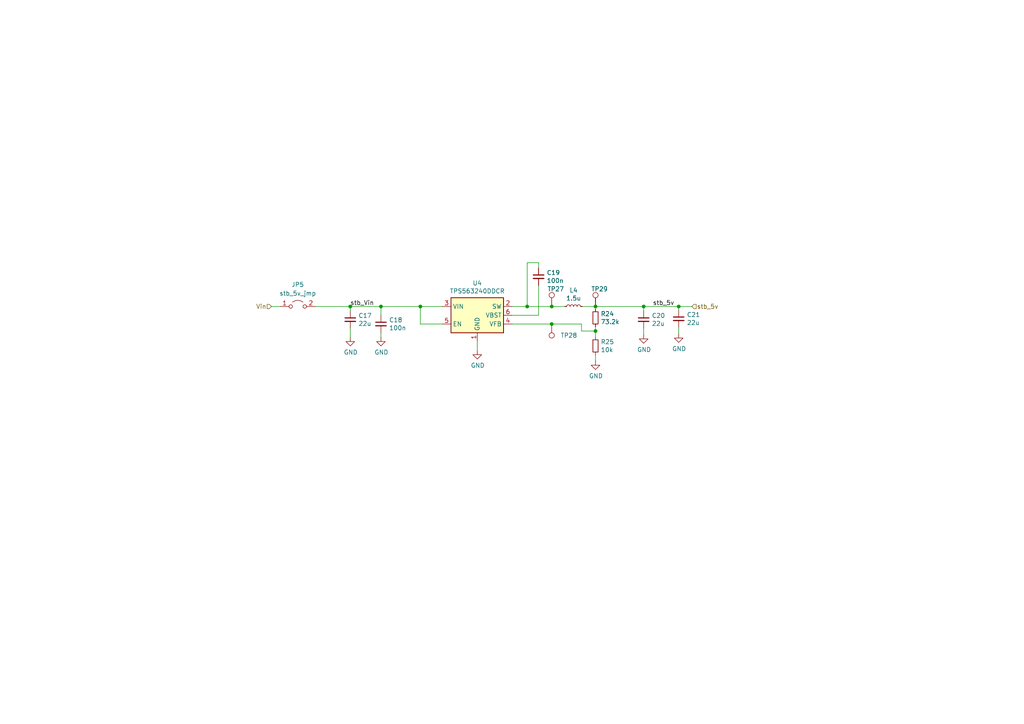
<source format=kicad_sch>
(kicad_sch (version 20230121) (generator eeschema)
  (paper "A4")
  (lib_symbols
    (symbol "Device:C_Small" (pin_numbers hide) (pin_names (offset 0.254) hide)
      (property "Reference" "C" (at 0.254 1.778 0))
      (property "Value" "C_Small" (at 0.254 -2.032 0))
      (symbol "C_Small_0_1"
        (polyline (pts (xy -1.524 -0.508) (xy 1.524 -0.508)) (stroke (width 0.3302)))
        (polyline (pts (xy -1.524 0.508) (xy 1.524 0.508)) (stroke (width 0.3048)))
      )
      (symbol "C_Small_1_1"
        (pin passive line (at 0 2.54 270) (length 2.032) (name "~") (number "1"))
        (pin passive line (at 0 -2.54 90) (length 2.032) (name "~") (number "2"))
      )
    )
    (symbol "Device:L_Small" (pin_numbers hide) (pin_names (offset 0.254) hide)
      (property "Reference" "L" (at 0.762 1.016 0))
      (property "Value" "L_Small" (at 0.762 -1.016 0))
      (symbol "L_Small_0_1"
        (arc (start 0 -2.032) (mid 0.5058 -1.524) (end 0 -1.016))
        (arc (start 0 -1.016) (mid 0.5058 -0.508) (end 0 0))
        (arc (start 0 0) (mid 0.5058 0.508) (end 0 1.016))
        (arc (start 0 1.016) (mid 0.5058 1.524) (end 0 2.032))
      )
      (symbol "L_Small_1_1"
        (pin passive line (at 0 2.54 270) (length 0.508) (name "~") (number "1"))
        (pin passive line (at 0 -2.54 90) (length 0.508) (name "~") (number "2"))
      )
    )
    (symbol "Device:R_Small" (pin_numbers hide) (pin_names (offset 0.254) hide)
      (property "Reference" "R" (at 0.762 0.508 0))
      (property "Value" "R_Small" (at 0.762 -1.016 0))
      (symbol "R_Small_0_1"
        (rectangle (start -0.762 1.778) (end 0.762 -1.778) (stroke (width 0.2032)))
      )
      (symbol "R_Small_1_1"
        (pin passive line (at 0 2.54 270) (length 0.762) (name "~") (number "1"))
        (pin passive line (at 0 -2.54 90) (length 0.762) (name "~") (number "2"))
      )
    )
    (symbol "Jumper:Jumper_2_Open" (pin_names (offset 0) hide)
      (property "Reference" "JP" (at 0 2.794 0))
      (property "Value" "Jumper_2_Open" (at 0 -2.286 0))
      (symbol "Jumper_2_Open_0_0"
        (circle (center -2.032 0) (radius 0.508))
        (circle (center 2.032 0) (radius 0.508))
      )
      (symbol "Jumper_2_Open_0_1"
        (arc (start 1.524 1.27) (mid 0 1.778) (end -1.524 1.27))
      )
      (symbol "Jumper_2_Open_1_1"
        (pin passive line (at -5.08 0 0) (length 2.54) (name "A") (number "1"))
        (pin passive line (at 5.08 0 180) (length 2.54) (name "B") (number "2"))
      )
    )
    (symbol "My Library:TestPoint_Harwin" (pin_numbers hide) (pin_names (offset 0.762) hide)
      (property "Reference" "TP" (at 0 6.858 0))
      (symbol "TestPoint_Harwin_0_1"
        (circle (center 0 3.302) (radius 0.762))
      )
      (symbol "TestPoint_Harwin_1_1"
        (pin passive line (at 0 0 90) (length 2.54) (name "1") (number "1"))
      )
    )
    (symbol "TO3-Switching-Supply-rescue:TPS563200-Regulator_Switching"
      (property "Reference" "U" (at -7.62 6.35 0))
      (property "Value" "TPS563200-Regulator_Switching" (at -2.54 6.35 0))
      (symbol "TPS563200-Regulator_Switching_0_1"
        (rectangle (start -7.62 5.08) (end 7.62 -5.08) (stroke (width 0.254)) (fill (type background)))
      )
      (symbol "TPS563200-Regulator_Switching_1_1"
        (pin power_in line (at 0 -7.62 90) (length 2.54) (name "GND") (number "1"))
        (pin output line (at 10.16 2.54 180) (length 2.54) (name "SW") (number "2"))
        (pin power_in line (at -10.16 2.54 0) (length 2.54) (name "VIN") (number "3"))
        (pin input line (at 10.16 -2.54 180) (length 2.54) (name "VFB") (number "4"))
        (pin input line (at -10.16 -2.54 0) (length 2.54) (name "EN") (number "5"))
        (pin passive line (at 10.16 0 180) (length 2.54) (name "VBST") (number "6"))
      )
    )
    (symbol "power:GND" (power) (pin_names (offset 0))
      (property "Value" "GND" (at 0 -3.81 0))
      (symbol "GND_0_1"
        (polyline (pts (xy 0 0) (xy 0 -1.27) (xy 1.27 -1.27) (xy 0 -2.54) (xy -1.27 -1.27) (xy 0 -1.27)))
      )
      (symbol "GND_1_1"
        (pin power_in line (at 0 0 270) (length 0) hide (name "GND") (number "1"))
      )
    )
  )
  (junction (at 160.02 93.98))
  (junction (at 196.85 88.9))
  (junction (at 152.908 88.9))
  (junction (at 101.6 88.9))
  (junction (at 172.72 88.9))
  (junction (at 160.02 88.9))
  (junction (at 172.72 96.012))
  (junction (at 121.92 88.9))
  (junction (at 186.69 88.9))
  (junction (at 110.49 88.9))
  (wire (pts (xy 172.72 96.012) (xy 172.72 97.79)))
  (wire (pts (xy 172.72 94.742) (xy 172.72 96.012)))
  (wire (pts (xy 121.92 93.98) (xy 121.92 88.9)))
  (wire (pts (xy 186.69 97.028) (xy 186.69 95.25)))
  (wire (pts (xy 148.59 88.9) (xy 152.908 88.9)))
  (wire (pts (xy 148.59 93.98) (xy 160.02 93.98)))
  (wire (pts (xy 110.49 91.44) (xy 110.49 88.9)))
  (wire (pts (xy 152.908 88.9) (xy 160.02 88.9)))
  (wire (pts (xy 168.656 93.98) (xy 168.656 96.012)))
  (wire (pts (xy 110.49 97.79) (xy 110.49 96.52)))
  (wire (pts (xy 156.21 82.804) (xy 156.21 91.44)))
  (wire (pts (xy 138.43 101.6) (xy 138.43 99.06)))
  (wire (pts (xy 121.92 88.9) (xy 128.27 88.9)))
  (wire (pts (xy 172.72 88.9) (xy 172.72 89.662)))
  (wire (pts (xy 168.91 88.9) (xy 172.72 88.9)))
  (wire (pts (xy 160.02 93.98) (xy 168.656 93.98)))
  (wire (pts (xy 168.656 96.012) (xy 172.72 96.012)))
  (wire (pts (xy 172.72 88.9) (xy 186.69 88.9)))
  (wire (pts (xy 91.44 88.9) (xy 101.6 88.9)))
  (wire (pts (xy 196.85 88.9) (xy 196.85 89.916)))
  (wire (pts (xy 186.69 88.9) (xy 196.85 88.9)))
  (wire (pts (xy 110.49 88.9) (xy 121.92 88.9)))
  (wire (pts (xy 156.21 91.44) (xy 148.59 91.44)))
  (wire (pts (xy 156.21 77.724) (xy 156.21 76.2)))
  (wire (pts (xy 101.6 88.9) (xy 101.6 90.17)))
  (wire (pts (xy 160.02 88.9) (xy 163.83 88.9)))
  (wire (pts (xy 78.74 88.9) (xy 81.28 88.9)))
  (wire (pts (xy 186.69 90.17) (xy 186.69 88.9)))
  (wire (pts (xy 121.92 93.98) (xy 128.27 93.98)))
  (wire (pts (xy 196.85 88.9) (xy 200.66 88.9)))
  (wire (pts (xy 196.85 96.774) (xy 196.85 94.996)))
  (wire (pts (xy 152.908 76.2) (xy 152.908 88.9)))
  (wire (pts (xy 172.72 104.648) (xy 172.72 102.87)))
  (wire (pts (xy 156.21 76.2) (xy 152.908 76.2)))
  (wire (pts (xy 101.6 88.9) (xy 110.49 88.9)))
  (wire (pts (xy 101.6 97.79) (xy 101.6 95.25)))
  (label "stb_5v" (at 195.58 88.9 180))
  (label "stb_Vin" (at 101.6 88.9 0))
  (hierarchical_label "stb_5v" (shape input) (at 200.66 88.9 0))
  (hierarchical_label "Vin" (shape input) (at 78.74 88.9 180))
  (symbol (lib_id "power:GND") (at 186.69 97.028 0) (unit 1)
    (property "Reference" "#PWR012" (effects hide))
    (property "Value" "GND" (at 186.817 101.4222 0))
  )
  (symbol (lib_id "Device:C_Small") (at 156.21 80.264 0) (unit 1)
    (property "Reference" "C19" (at 158.5468 79.0956 0) (effects (justify left)))
    (property "Value" "100n" (at 158.5468 81.407 0) (effects (justify left)))
    (property "Footprint" "Capacitor_SMD:C_0603_1608Metric" (effects hide))
  )
  (symbol (lib_id "Jumper:Jumper_2_Open") (at 86.36 88.9 0) (unit 1)
    (property "Reference" "JP5" (at 86.36 82.55 0))
    (property "Value" "stb_5v_jmp" (at 86.36 85.09 0))
    (property "Footprint" "Jumper:SolderJumper-2_P1.3mm_Open_TrianglePad1.0x1.5mm" (effects hide))
  )
  (symbol (lib_id "Device:L_Small") (at 166.37 88.9 90) (unit 1)
    (property "Reference" "L4" (at 166.37 84.201 90))
    (property "Value" "1.5u" (at 166.37 86.5124 90))
    (property "Footprint" "Inductor_SMD:L_Bourns_SRP5030T" (effects hide))
    (property "Datasheet" "https://datasheet.octopart.com/SRP5030T-1R5M-Bourns-datasheet-15766153.pdf" (effects hide))
    (property "ESR" "21.5m" (effects hide))
    (property "MFN" "SRP5030T-1R5M" (effects hide))
  )
  (symbol (lib_id "Device:R_Small") (at 172.72 92.202 180) (unit 1)
    (property "Reference" "R24" (at 174.2186 91.0336 0) (effects (justify right)))
    (property "Value" "73.2k" (at 174.2186 93.345 0) (effects (justify right)))
    (property "Footprint" "Resistor_SMD:R_0603_1608Metric" (effects hide))
  )
  (symbol (lib_id "My Library:TestPoint_Harwin") (at 160.02 93.98 180) (unit 1)
    (property "Reference" "TP28" (at 162.56 97.2819 0) (effects (justify right)))
    (property "Value" "TestPoint_Harwin" (effects hide))
    (property "Footprint" "My Libraries:Harwin-S1751-46-Test-Point" (effects hide))
  )
  (symbol (lib_id "Device:C_Small") (at 186.69 92.71 0) (unit 1)
    (property "Reference" "C20" (at 189.0268 91.5416 0) (effects (justify left)))
    (property "Value" "22u" (at 189.0268 93.853 0) (effects (justify left)))
    (property "Footprint" "Capacitor_SMD:C_0805_2012Metric" (effects hide))
    (property "ESR" "3.71m" (effects hide))
  )
  (symbol (lib_id "power:GND") (at 196.85 96.774 0) (unit 1)
    (property "Reference" "#PWR013" (effects hide))
    (property "Value" "GND" (at 196.977 101.1682 0))
  )
  (symbol (lib_id "power:GND") (at 172.72 104.648 0) (unit 1)
    (property "Reference" "#PWR011" (effects hide))
    (property "Value" "GND" (at 172.847 109.0422 0))
  )
  (symbol (lib_id "My Library:TestPoint_Harwin") (at 172.72 88.9 0) (unit 1)
    (property "Reference" "TP29" (at 171.45 83.82 0) (effects (justify left)))
    (property "Value" "TestPoint_Harwin" (effects hide))
    (property "Footprint" "My Libraries:Harwin-S1751-46-Test-Point" (effects hide))
  )
  (symbol (lib_id "TO3-Switching-Supply-rescue:TPS563200-Regulator_Switching") (at 138.43 91.44 0) (unit 1)
    (property "Reference" "U4" (at 138.43 82.1182 0))
    (property "Value" "TPS563240DDCR" (at 138.43 84.4296 0))
    (property "Footprint" "Package_TO_SOT_SMD:SOT-23-6" (effects hide))
    (property "Datasheet" "https://www.ti.com/lit/ds/symlink/tps563240.pdf?ts=1603327885042&ref_url=https%253A%252F%252Fwww.ti.com%252Fstore%252Fti%252Fen%252Fp%252Fproduct%252F%253Fp%253DTPS563240DDCR" (effects hide))
  )
  (symbol (lib_id "Device:R_Small") (at 172.72 100.33 180) (unit 1)
    (property "Reference" "R25" (at 174.2186 99.1616 0) (effects (justify right)))
    (property "Value" "10k" (at 174.2186 101.473 0) (effects (justify right)))
    (property "Footprint" "Resistor_SMD:R_0603_1608Metric" (effects hide))
  )
  (symbol (lib_id "Device:C_Small") (at 110.49 93.98 0) (unit 1)
    (property "Reference" "C18" (at 112.8268 92.8116 0) (effects (justify left)))
    (property "Value" "100n" (at 112.8268 95.123 0) (effects (justify left)))
    (property "Footprint" "Capacitor_SMD:C_0603_1608Metric" (effects hide))
  )
  (symbol (lib_id "power:GND") (at 101.6 97.79 0) (unit 1)
    (property "Reference" "#PWR08" (effects hide))
    (property "Value" "GND" (at 101.727 102.1842 0))
  )
  (symbol (lib_id "power:GND") (at 138.43 101.6 0) (unit 1)
    (property "Reference" "#PWR010" (effects hide))
    (property "Value" "GND" (at 138.557 105.9942 0))
  )
  (symbol (lib_id "power:GND") (at 110.49 97.79 0) (unit 1)
    (property "Reference" "#PWR09" (effects hide))
    (property "Value" "GND" (at 110.617 102.1842 0))
  )
  (symbol (lib_id "Device:C_Small") (at 196.85 92.456 0) (unit 1)
    (property "Reference" "C21" (at 199.1868 91.2876 0) (effects (justify left)))
    (property "Value" "22u" (at 199.1868 93.599 0) (effects (justify left)))
    (property "Footprint" "Capacitor_SMD:C_0805_2012Metric" (effects hide))
    (property "ESR" "3.71m" (effects hide))
  )
  (symbol (lib_id "Device:C_Small") (at 101.6 92.71 0) (unit 1)
    (property "Reference" "C17" (at 103.9368 91.5416 0) (effects (justify left)))
    (property "Value" "22u" (at 103.9368 93.853 0) (effects (justify left)))
    (property "Footprint" "Capacitor_SMD:C_0805_2012Metric" (effects hide))
    (property "ESR" "2.05 mOhm" (effects hide))
  )
  (symbol (lib_id "My Library:TestPoint_Harwin") (at 160.02 88.9 0) (unit 1)
    (property "Reference" "TP27" (at 158.75 83.82 0) (effects (justify left)))
    (property "Value" "TestPoint_Harwin" (effects hide))
    (property "Footprint" "My Libraries:Harwin-S1751-46-Test-Point" (effects hide))
  )
)
</source>
